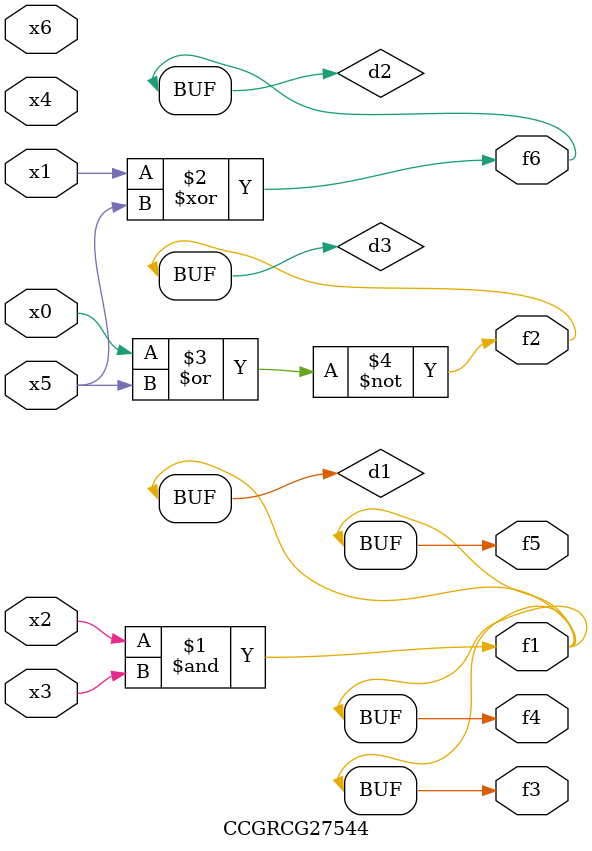
<source format=v>
module CCGRCG27544(
	input x0, x1, x2, x3, x4, x5, x6,
	output f1, f2, f3, f4, f5, f6
);

	wire d1, d2, d3;

	and (d1, x2, x3);
	xor (d2, x1, x5);
	nor (d3, x0, x5);
	assign f1 = d1;
	assign f2 = d3;
	assign f3 = d1;
	assign f4 = d1;
	assign f5 = d1;
	assign f6 = d2;
endmodule

</source>
